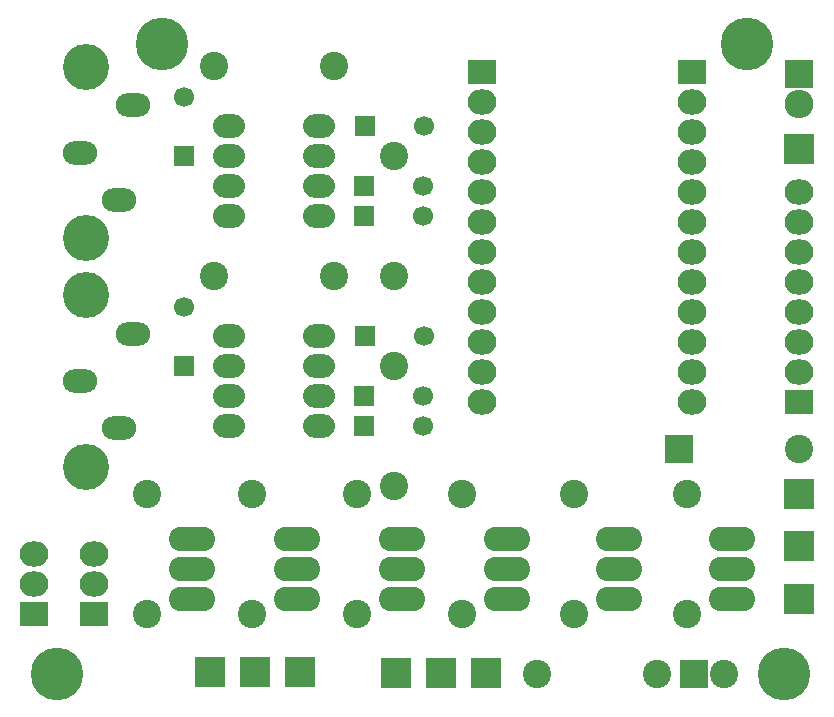
<source format=gts>
G04 #@! TF.FileFunction,Soldermask,Top*
%FSLAX46Y46*%
G04 Gerber Fmt 4.6, Leading zero omitted, Abs format (unit mm)*
G04 Created by KiCad (PCBNEW (2015-09-17 BZR 6202)-product) date Wednesday, September 23, 2015 'AMt' 01:59:30 AM*
%MOMM*%
G01*
G04 APERTURE LIST*
%ADD10C,0.100000*%
%ADD11C,4.464000*%
%ADD12R,2.635200X2.635200*%
%ADD13R,2.432000X2.127200*%
%ADD14O,2.432000X2.127200*%
%ADD15R,1.700000X1.700000*%
%ADD16C,1.700000*%
%ADD17C,2.398980*%
%ADD18R,2.398980X2.398980*%
%ADD19R,2.432000X2.432000*%
%ADD20O,2.432000X2.432000*%
%ADD21O,2.700000X2.000000*%
%ADD22O,2.900000X2.000000*%
%ADD23C,3.900000*%
%ADD24R,2.400000X2.400000*%
%ADD25C,2.400000*%
%ADD26O,3.900120X2.099260*%
G04 APERTURE END LIST*
D10*
D11*
X150495000Y-128270000D03*
X88900000Y-128270000D03*
D12*
X101911143Y-128163701D03*
D11*
X97790000Y-74930000D03*
D13*
X124894362Y-77305728D03*
D14*
X124894362Y-79845728D03*
X124894362Y-82385728D03*
X124894362Y-84925728D03*
X124894362Y-87465728D03*
X124894362Y-90005728D03*
X124894362Y-92545728D03*
X124894362Y-95085728D03*
X124894362Y-97625728D03*
X124894362Y-100165728D03*
X124894362Y-102705728D03*
X124894362Y-105245728D03*
D13*
X142674362Y-77305728D03*
D14*
X142674362Y-92545728D03*
X142674362Y-95085728D03*
X142674362Y-90005728D03*
X142674362Y-97625728D03*
X142674362Y-84925728D03*
X142674362Y-82385728D03*
X142674362Y-79845728D03*
X142674362Y-87465728D03*
X142674362Y-102705728D03*
X142674362Y-100165728D03*
X142674362Y-105245728D03*
D15*
X114935000Y-89535000D03*
D16*
X119935000Y-89535000D03*
D15*
X114935000Y-107315000D03*
D16*
X119935000Y-107315000D03*
D15*
X115015000Y-81915000D03*
D16*
X120015000Y-81915000D03*
D15*
X115015000Y-99695000D03*
D16*
X120015000Y-99695000D03*
D15*
X114935000Y-86995000D03*
D16*
X119935000Y-86995000D03*
D15*
X114935000Y-104775000D03*
D16*
X119935000Y-104775000D03*
D15*
X99695000Y-84455000D03*
D16*
X99695000Y-79455000D03*
D15*
X99695000Y-102235000D03*
D16*
X99695000Y-97235000D03*
D17*
X151765000Y-109220000D03*
D18*
X141605000Y-109220000D03*
D12*
X117663459Y-128195719D03*
X121473459Y-128195719D03*
X105721143Y-128163701D03*
X125283459Y-128195719D03*
X109531143Y-128163701D03*
D13*
X86995000Y-123190000D03*
D14*
X86995000Y-120650000D03*
X86995000Y-118110000D03*
D13*
X92075000Y-123190000D03*
D14*
X92075000Y-120650000D03*
X92075000Y-118110000D03*
D12*
X151765000Y-121920000D03*
X151765000Y-113030000D03*
X151765000Y-117475000D03*
X151765000Y-83820000D03*
D13*
X151765000Y-105245728D03*
D14*
X151765000Y-102705728D03*
X151765000Y-100165728D03*
X151765000Y-97625728D03*
X151765000Y-95085728D03*
X151765000Y-92545728D03*
X151765000Y-90005728D03*
X151765000Y-87465728D03*
D17*
X117475000Y-94615000D03*
X117475000Y-84455000D03*
X117475000Y-112395000D03*
X117475000Y-102235000D03*
X112395000Y-76835000D03*
X102235000Y-76835000D03*
X112395000Y-94615000D03*
X102235000Y-94615000D03*
X129540000Y-128270000D03*
X139700000Y-128270000D03*
X123190000Y-123190000D03*
X123190000Y-113030000D03*
X96520000Y-123190000D03*
X96520000Y-113030000D03*
X132715000Y-123190000D03*
X132715000Y-113030000D03*
X105410000Y-123190000D03*
X105410000Y-113030000D03*
X142240000Y-123190000D03*
X142240000Y-113030000D03*
X114300000Y-123190000D03*
X114300000Y-113030000D03*
D19*
X151765000Y-77470000D03*
D20*
X151765000Y-80010000D03*
D21*
X103505000Y-81915000D03*
X103505000Y-84455000D03*
X103505000Y-86995000D03*
X103505000Y-89535000D03*
X111125000Y-89535000D03*
X111125000Y-86995000D03*
X111125000Y-84455000D03*
X111125000Y-81915000D03*
X103505000Y-99695000D03*
X103505000Y-102235000D03*
X103505000Y-104775000D03*
X103505000Y-107315000D03*
X111125000Y-107315000D03*
X111125000Y-104775000D03*
X111125000Y-102235000D03*
X111125000Y-99695000D03*
D22*
X94143607Y-88172355D03*
X95393607Y-80172355D03*
D23*
X91393607Y-76922355D03*
X91393607Y-91422355D03*
D22*
X90893607Y-84172355D03*
X94143607Y-107505000D03*
X95393607Y-99505000D03*
D23*
X91393607Y-96255000D03*
X91393607Y-110755000D03*
D22*
X90893607Y-103505000D03*
D24*
X142875000Y-128270000D03*
D25*
X145415000Y-128270000D03*
D26*
X100330000Y-119380000D03*
X100330000Y-116840000D03*
X100330000Y-121920000D03*
X109220000Y-119380000D03*
X109220000Y-116840000D03*
X109220000Y-121920000D03*
X118110000Y-119380000D03*
X118110000Y-116840000D03*
X118110000Y-121920000D03*
X127000000Y-119380000D03*
X127000000Y-116840000D03*
X127000000Y-121920000D03*
X136525000Y-119380000D03*
X136525000Y-116840000D03*
X136525000Y-121920000D03*
X146050000Y-119380000D03*
X146050000Y-116840000D03*
X146050000Y-121920000D03*
D11*
X147320000Y-74930000D03*
M02*

</source>
